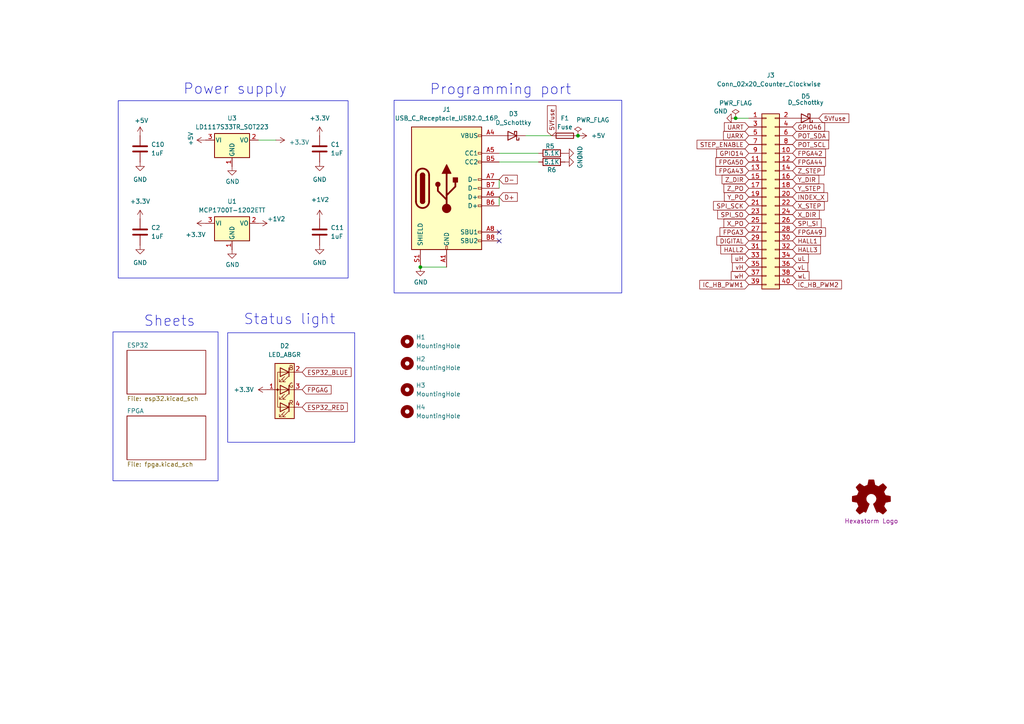
<source format=kicad_sch>
(kicad_sch (version 20231120) (generator "eeschema") (generator_version "8.0")
  (paper "A4")
  (title_block (title "Firestarter ") (date "2024-10-26") (company "Hexastorm") (comment 1 "v1"))
  (lib_symbols
    (symbol "Connector:USB_C_Receptacle_USB2.0_16P" (pin_names (offset 1.016))
      (property "Reference" "J" (at 0 22.225 0))
      (property "Value" "USB_C_Receptacle_USB2.0_16P" (at 0 19.685 0))
      (symbol "USB_C_Receptacle_USB2.0_16P_0_0"
        (rectangle (start -0.254 -17.78) (end 0.254 -16.764))
        (rectangle (start 10.16 -14.986) (end 9.144 -15.494))
        (rectangle (start 10.16 -12.446) (end 9.144 -12.954))
        (rectangle (start 10.16 -4.826) (end 9.144 -5.334))
        (rectangle (start 10.16 -2.286) (end 9.144 -2.794))
        (rectangle (start 10.16 0.254) (end 9.144 -0.254))
        (rectangle (start 10.16 2.794) (end 9.144 2.286))
        (rectangle (start 10.16 7.874) (end 9.144 7.366))
        (rectangle (start 10.16 10.414) (end 9.144 9.906))
        (rectangle (start 10.16 15.494) (end 9.144 14.986))
      )
      (symbol "USB_C_Receptacle_USB2.0_16P_0_1"
        (rectangle (start -10.16 17.78) (end 10.16 -17.78) (stroke (width 0.254)) (fill (type background)))
        (arc (start -8.89 -3.81) (mid -6.985 -5.7067) (end -5.08 -3.81) (stroke (width 0.508)))
        (arc (start -7.62 -3.81) (mid -6.985 -4.4423) (end -6.35 -3.81) (stroke (width 0.254)))
        (arc (start -7.62 -3.81) (mid -6.985 -4.4423) (end -6.35 -3.81) (stroke (width 0.254)) (fill (type outline)))
        (rectangle (start -7.62 -3.81) (end -6.35 3.81) (stroke (width 0.254)) (fill (type outline)))
        (arc (start -6.35 3.81) (mid -6.985 4.4423) (end -7.62 3.81) (stroke (width 0.254)))
        (arc (start -6.35 3.81) (mid -6.985 4.4423) (end -7.62 3.81) (stroke (width 0.254)) (fill (type outline)))
        (arc (start -5.08 3.81) (mid -6.985 5.7067) (end -8.89 3.81) (stroke (width 0.508)))
        (circle (center -2.54 1.143) (radius 0.635) (stroke (width 0.254)) (fill (type outline)))
        (circle (center 0 -5.842) (radius 1.27) (fill (type outline)))
        (polyline (pts (xy -8.89 -3.81) (xy -8.89 3.81)) (stroke (width 0.508)))
        (polyline (pts (xy -5.08 3.81) (xy -5.08 -3.81)) (stroke (width 0.508)))
        (polyline (pts (xy 0 -5.842) (xy 0 4.318)) (stroke (width 0.508)))
        (polyline (pts (xy 0 -3.302) (xy -2.54 -0.762) (xy -2.54 0.508)) (stroke (width 0.508)))
        (polyline (pts (xy 0 -2.032) (xy 2.54 0.508) (xy 2.54 1.778)) (stroke (width 0.508)))
        (polyline (pts (xy -1.27 4.318) (xy 0 6.858) (xy 1.27 4.318) (xy -1.27 4.318)) (stroke (width 0.254)) (fill (type outline)))
        (rectangle (start 1.905 1.778) (end 3.175 3.048) (stroke (width 0.254)) (fill (type outline)))
      )
      (symbol "USB_C_Receptacle_USB2.0_16P_1_1"
        (pin passive line (at 0 -22.86 90) (length 5.08) (name "GND") (number "A1"))
        (pin passive line (at 0 -22.86 90) (length 5.08) hide (name "GND") (number "A12"))
        (pin passive line (at 15.24 15.24 180) (length 5.08) (name "VBUS") (number "A4"))
        (pin bidirectional line (at 15.24 10.16 180) (length 5.08) (name "CC1") (number "A5"))
        (pin bidirectional line (at 15.24 -2.54 180) (length 5.08) (name "D+") (number "A6"))
        (pin bidirectional line (at 15.24 2.54 180) (length 5.08) (name "D-") (number "A7"))
        (pin bidirectional line (at 15.24 -12.7 180) (length 5.08) (name "SBU1") (number "A8"))
        (pin passive line (at 15.24 15.24 180) (length 5.08) hide (name "VBUS") (number "A9"))
        (pin passive line (at 0 -22.86 90) (length 5.08) hide (name "GND") (number "B1"))
        (pin passive line (at 0 -22.86 90) (length 5.08) hide (name "GND") (number "B12"))
        (pin passive line (at 15.24 15.24 180) (length 5.08) hide (name "VBUS") (number "B4"))
        (pin bidirectional line (at 15.24 7.62 180) (length 5.08) (name "CC2") (number "B5"))
        (pin bidirectional line (at 15.24 -5.08 180) (length 5.08) (name "D+") (number "B6"))
        (pin bidirectional line (at 15.24 0 180) (length 5.08) (name "D-") (number "B7"))
        (pin bidirectional line (at 15.24 -15.24 180) (length 5.08) (name "SBU2") (number "B8"))
        (pin passive line (at 15.24 15.24 180) (length 5.08) hide (name "VBUS") (number "B9"))
        (pin passive line (at -7.62 -22.86 90) (length 5.08) (name "SHIELD") (number "S1"))
      )
    )
    (symbol "Connector_Generic:Conn_02x20_Odd_Even" (pin_names (offset 1.016) hide)
      (property "Reference" "J" (at 1.27 25.4 0))
      (property "Value" "Conn_02x20_Odd_Even" (at 1.27 -27.94 0))
      (symbol "Conn_02x20_Odd_Even_1_1"
        (rectangle (start -1.27 -25.273) (end 0 -25.527) (stroke (width 0.1524)))
        (rectangle (start -1.27 -22.733) (end 0 -22.987) (stroke (width 0.1524)))
        (rectangle (start -1.27 -20.193) (end 0 -20.447) (stroke (width 0.1524)))
        (rectangle (start -1.27 -17.653) (end 0 -17.907) (stroke (width 0.1524)))
        (rectangle (start -1.27 -15.113) (end 0 -15.367) (stroke (width 0.1524)))
        (rectangle (start -1.27 -12.573) (end 0 -12.827) (stroke (width 0.1524)))
        (rectangle (start -1.27 -10.033) (end 0 -10.287) (stroke (width 0.1524)))
        (rectangle (start -1.27 -7.493) (end 0 -7.747) (stroke (width 0.1524)))
        (rectangle (start -1.27 -4.953) (end 0 -5.207) (stroke (width 0.1524)))
        (rectangle (start -1.27 -2.413) (end 0 -2.667) (stroke (width 0.1524)))
        (rectangle (start -1.27 0.127) (end 0 -0.127) (stroke (width 0.1524)))
        (rectangle (start -1.27 2.667) (end 0 2.413) (stroke (width 0.1524)))
        (rectangle (start -1.27 5.207) (end 0 4.953) (stroke (width 0.1524)))
        (rectangle (start -1.27 7.747) (end 0 7.493) (stroke (width 0.1524)))
        (rectangle (start -1.27 10.287) (end 0 10.033) (stroke (width 0.1524)))
        (rectangle (start -1.27 12.827) (end 0 12.573) (stroke (width 0.1524)))
        (rectangle (start -1.27 15.367) (end 0 15.113) (stroke (width 0.1524)))
        (rectangle (start -1.27 17.907) (end 0 17.653) (stroke (width 0.1524)))
        (rectangle (start -1.27 20.447) (end 0 20.193) (stroke (width 0.1524)))
        (rectangle (start -1.27 22.987) (end 0 22.733) (stroke (width 0.1524)))
        (rectangle (start -1.27 24.13) (end 3.81 -26.67) (stroke (width 0.254)) (fill (type background)))
        (rectangle (start 3.81 -25.273) (end 2.54 -25.527) (stroke (width 0.1524)))
        (rectangle (start 3.81 -22.733) (end 2.54 -22.987) (stroke (width 0.1524)))
        (rectangle (start 3.81 -20.193) (end 2.54 -20.447) (stroke (width 0.1524)))
        (rectangle (start 3.81 -17.653) (end 2.54 -17.907) (stroke (width 0.1524)))
        (rectangle (start 3.81 -15.113) (end 2.54 -15.367) (stroke (width 0.1524)))
        (rectangle (start 3.81 -12.573) (end 2.54 -12.827) (stroke (width 0.1524)))
        (rectangle (start 3.81 -10.033) (end 2.54 -10.287) (stroke (width 0.1524)))
        (rectangle (start 3.81 -7.493) (end 2.54 -7.747) (stroke (width 0.1524)))
        (rectangle (start 3.81 -4.953) (end 2.54 -5.207) (stroke (width 0.1524)))
        (rectangle (start 3.81 -2.413) (end 2.54 -2.667) (stroke (width 0.1524)))
        (rectangle (start 3.81 0.127) (end 2.54 -0.127) (stroke (width 0.1524)))
        (rectangle (start 3.81 2.667) (end 2.54 2.413) (stroke (width 0.1524)))
        (rectangle (start 3.81 5.207) (end 2.54 4.953) (stroke (width 0.1524)))
        (rectangle (start 3.81 7.747) (end 2.54 7.493) (stroke (width 0.1524)))
        (rectangle (start 3.81 10.287) (end 2.54 10.033) (stroke (width 0.1524)))
        (rectangle (start 3.81 12.827) (end 2.54 12.573) (stroke (width 0.1524)))
        (rectangle (start 3.81 15.367) (end 2.54 15.113) (stroke (width 0.1524)))
        (rectangle (start 3.81 17.907) (end 2.54 17.653) (stroke (width 0.1524)))
        (rectangle (start 3.81 20.447) (end 2.54 20.193) (stroke (width 0.1524)))
        (rectangle (start 3.81 22.987) (end 2.54 22.733) (stroke (width 0.1524)))
        (pin passive line (at -5.08 22.86 0) (length 3.81) (name "Pin_1") (number "1"))
        (pin passive line (at 7.62 12.7 180) (length 3.81) (name "Pin_10") (number "10"))
        (pin passive line (at -5.08 10.16 0) (length 3.81) (name "Pin_11") (number "11"))
        (pin passive line (at 7.62 10.16 180) (length 3.81) (name "Pin_12") (number "12"))
        (pin passive line (at -5.08 7.62 0) (length 3.81) (name "Pin_13") (number "13"))
        (pin passive line (at 7.62 7.62 180) (length 3.81) (name "Pin_14") (number "14"))
        (pin passive line (at -5.08 5.08 0) (length 3.81) (name "Pin_15") (number "15"))
        (pin passive line (at 7.62 5.08 180) (length 3.81) (name "Pin_16") (number "16"))
        (pin passive line (at -5.08 2.54 0) (length 3.81) (name "Pin_17") (number "17"))
        (pin passive line (at 7.62 2.54 180) (length 3.81) (name "Pin_18") (number "18"))
        (pin passive line (at -5.08 0 0) (length 3.81) (name "Pin_19") (number "19"))
        (pin passive line (at 7.62 22.86 180) (length 3.81) (name "Pin_2") (number "2"))
        (pin passive line (at 7.62 0 180) (length 3.81) (name "Pin_20") (number "20"))
        (pin passive line (at -5.08 -2.54 0) (length 3.81) (name "Pin_21") (number "21"))
        (pin passive line (at 7.62 -2.54 180) (length 3.81) (name "Pin_22") (number "22"))
        (pin passive line (at -5.08 -5.08 0) (length 3.81) (name "Pin_23") (number "23"))
        (pin passive line (at 7.62 -5.08 180) (length 3.81) (name "Pin_24") (number "24"))
        (pin passive line (at -5.08 -7.62 0) (length 3.81) (name "Pin_25") (number "25"))
        (pin passive line (at 7.62 -7.62 180) (length 3.81) (name "Pin_26") (number "26"))
        (pin passive line (at -5.08 -10.16 0) (length 3.81) (name "Pin_27") (number "27"))
        (pin passive line (at 7.62 -10.16 180) (length 3.81) (name "Pin_28") (number "28"))
        (pin passive line (at -5.08 -12.7 0) (length 3.81) (name "Pin_29") (number "29"))
        (pin passive line (at -5.08 20.32 0) (length 3.81) (name "Pin_3") (number "3"))
        (pin passive line (at 7.62 -12.7 180) (length 3.81) (name "Pin_30") (number "30"))
        (pin passive line (at -5.08 -15.24 0) (length 3.81) (name "Pin_31") (number "31"))
        (pin passive line (at 7.62 -15.24 180) (length 3.81) (name "Pin_32") (number "32"))
        (pin passive line (at -5.08 -17.78 0) (length 3.81) (name "Pin_33") (number "33"))
        (pin passive line (at 7.62 -17.78 180) (length 3.81) (name "Pin_34") (number "34"))
        (pin passive line (at -5.08 -20.32 0) (length 3.81) (name "Pin_35") (number "35"))
        (pin passive line (at 7.62 -20.32 180) (length 3.81) (name "Pin_36") (number "36"))
        (pin passive line (at -5.08 -22.86 0) (length 3.81) (name "Pin_37") (number "37"))
        (pin passive line (at 7.62 -22.86 180) (length 3.81) (name "Pin_38") (number "38"))
        (pin passive line (at -5.08 -25.4 0) (length 3.81) (name "Pin_39") (number "39"))
        (pin passive line (at 7.62 20.32 180) (length 3.81) (name "Pin_4") (number "4"))
        (pin passive line (at 7.62 -25.4 180) (length 3.81) (name "Pin_40") (number "40"))
        (pin passive line (at -5.08 17.78 0) (length 3.81) (name "Pin_5") (number "5"))
        (pin passive line (at 7.62 17.78 180) (length 3.81) (name "Pin_6") (number "6"))
        (pin passive line (at -5.08 15.24 0) (length 3.81) (name "Pin_7") (number "7"))
        (pin passive line (at 7.62 15.24 180) (length 3.81) (name "Pin_8") (number "8"))
        (pin passive line (at -5.08 12.7 0) (length 3.81) (name "Pin_9") (number "9"))
      )
    )
    (symbol "Device:C" (pin_numbers hide) (pin_names (offset 0.254))
      (property "Reference" "C" (at 0.635 2.54 0))
      (property "Value" "C" (at 0.635 -2.54 0))
      (symbol "C_0_1"
        (polyline (pts (xy -2.032 -0.762) (xy 2.032 -0.762)) (stroke (width 0.508)))
        (polyline (pts (xy -2.032 0.762) (xy 2.032 0.762)) (stroke (width 0.508)))
      )
      (symbol "C_1_1"
        (pin passive line (at 0 3.81 270) (length 2.794) (name "~") (number "1"))
        (pin passive line (at 0 -3.81 90) (length 2.794) (name "~") (number "2"))
      )
    )
    (symbol "Device:D_Schottky" (pin_numbers hide) (pin_names (offset 1.016) hide)
      (property "Reference" "D" (at 0 2.54 0))
      (property "Value" "D_Schottky" (at 0 -2.54 0))
      (symbol "D_Schottky_0_1"
        (polyline (pts (xy 1.27 0) (xy -1.27 0)))
        (polyline (pts (xy 1.27 1.27) (xy 1.27 -1.27) (xy -1.27 0) (xy 1.27 1.27)) (stroke (width 0.254)))
        (polyline (pts (xy -1.905 0.635) (xy -1.905 1.27) (xy -1.27 1.27) (xy -1.27 -1.27) (xy -0.635 -1.27) (xy -0.635 -0.635)) (stroke (width 0.254)))
      )
      (symbol "D_Schottky_1_1"
        (pin passive line (at -3.81 0 0) (length 2.54) (name "K") (number "1"))
        (pin passive line (at 3.81 0 180) (length 2.54) (name "A") (number "2"))
      )
    )
    (symbol "Device:Fuse" (pin_numbers hide) (pin_names (offset 0))
      (property "Reference" "F" (at 2.032 0 90))
      (property "Value" "Fuse" (at -1.905 0 90))
      (symbol "Fuse_0_1"
        (rectangle (start -0.762 -2.54) (end 0.762 2.54) (stroke (width 0.254)))
        (polyline (pts (xy 0 2.54) (xy 0 -2.54)))
      )
      (symbol "Fuse_1_1"
        (pin passive line (at 0 3.81 270) (length 1.27) (name "~") (number "1"))
        (pin passive line (at 0 -3.81 90) (length 1.27) (name "~") (number "2"))
      )
    )
    (symbol "Device:LED_ABGR" (pin_names (offset 0) hide)
      (property "Reference" "D" (at 0 9.398 0))
      (property "Value" "LED_ABGR" (at 0 -8.89 0))
      (symbol "LED_ABGR_0_0"
        (text "B" (at -1.905 -6.35 0) (effects (font (size 1.27 1.27))))
        (text "G" (at -1.905 -1.27 0) (effects (font (size 1.27 1.27))))
        (text "R" (at -1.905 3.81 0) (effects (font (size 1.27 1.27))))
      )
      (symbol "LED_ABGR_0_1"
        (polyline (pts (xy -1.27 -5.08) (xy -2.54 -5.08)))
        (polyline (pts (xy -1.27 -5.08) (xy 1.27 -5.08)))
        (polyline (pts (xy -1.27 -3.81) (xy -1.27 -6.35)) (stroke (width 0.254)))
        (polyline (pts (xy -1.27 0) (xy -2.54 0)))
        (polyline (pts (xy -1.27 1.27) (xy -1.27 -1.27)) (stroke (width 0.254)))
        (polyline (pts (xy -1.27 5.08) (xy -2.54 5.08)))
        (polyline (pts (xy -1.27 5.08) (xy 1.27 5.08)))
        (polyline (pts (xy -1.27 6.35) (xy -1.27 3.81)) (stroke (width 0.254)))
        (polyline (pts (xy 1.27 0) (xy -1.27 0)))
        (polyline (pts (xy 1.27 0) (xy 2.54 0)))
        (polyline (pts (xy -1.27 1.27) (xy -1.27 -1.27) (xy -1.27 -1.27)))
        (polyline (pts (xy -1.27 6.35) (xy -1.27 3.81) (xy -1.27 3.81)))
        (polyline (pts (xy 1.27 -5.08) (xy 2.032 -5.08) (xy 2.032 5.08) (xy 1.27 5.08)))
        (polyline (pts (xy 1.27 -3.81) (xy 1.27 -6.35) (xy -1.27 -5.08) (xy 1.27 -3.81)) (stroke (width 0.254)))
        (polyline (pts (xy 1.27 1.27) (xy 1.27 -1.27) (xy -1.27 0) (xy 1.27 1.27)) (stroke (width 0.254)))
        (polyline (pts (xy 1.27 6.35) (xy 1.27 3.81) (xy -1.27 5.08) (xy 1.27 6.35)) (stroke (width 0.254)))
        (polyline (pts (xy -1.016 -3.81) (xy 0.508 -2.286) (xy -0.254 -2.286) (xy 0.508 -2.286) (xy 0.508 -3.048)))
        (polyline (pts (xy -1.016 1.27) (xy 0.508 2.794) (xy -0.254 2.794) (xy 0.508 2.794) (xy 0.508 2.032)))
        (polyline (pts (xy -1.016 6.35) (xy 0.508 7.874) (xy -0.254 7.874) (xy 0.508 7.874) (xy 0.508 7.112)))
        (polyline (pts (xy 0 -3.81) (xy 1.524 -2.286) (xy 0.762 -2.286) (xy 1.524 -2.286) (xy 1.524 -3.048)))
        (polyline (pts (xy 0 1.27) (xy 1.524 2.794) (xy 0.762 2.794) (xy 1.524 2.794) (xy 1.524 2.032)))
        (polyline (pts (xy 0 6.35) (xy 1.524 7.874) (xy 0.762 7.874) (xy 1.524 7.874) (xy 1.524 7.112)))
        (rectangle (start 1.27 -1.27) (end 1.27 1.27))
        (rectangle (start 1.27 1.27) (end 1.27 1.27))
        (rectangle (start 1.27 3.81) (end 1.27 6.35))
        (rectangle (start 1.27 6.35) (end 1.27 6.35))
        (circle (center 2.032 0) (radius 0.254) (fill (type outline)))
        (rectangle (start 2.794 8.382) (end -2.794 -7.62) (stroke (width 0.254)) (fill (type background)))
      )
      (symbol "LED_ABGR_1_1"
        (pin passive line (at 5.08 0 180) (length 2.54) (name "A") (number "1"))
        (pin passive line (at -5.08 -5.08 0) (length 2.54) (name "BK") (number "2"))
        (pin passive line (at -5.08 0 0) (length 2.54) (name "GK") (number "3"))
        (pin passive line (at -5.08 5.08 0) (length 2.54) (name "RK") (number "4"))
      )
    )
    (symbol "Device:R" (pin_numbers hide) (pin_names (offset 0))
      (property "Reference" "R" (at 2.032 0 90))
      (property "Value" "R" (at 0 0 90))
      (symbol "R_0_1"
        (rectangle (start -1.016 -2.54) (end 1.016 2.54) (stroke (width 0.254)))
      )
      (symbol "R_1_1"
        (pin passive line (at 0 3.81 270) (length 1.27) (name "~") (number "1"))
        (pin passive line (at 0 -3.81 90) (length 1.27) (name "~") (number "2"))
      )
    )
    (symbol "Graphic:Logo_Open_Hardware_Small" (in_bom no) (on_board no)
      (symbol "Logo_Open_Hardware_Small_0_1"
        (polyline (pts (xy 3.3528 -4.3434) (xy 3.302 -4.318) (xy 3.175 -4.2418) (xy 2.9972 -4.1148) (xy 2.7686 -3.9624) (xy 2.54 -3.81) (xy 2.3622 -3.7084) (xy 2.2352 -3.6068) (xy 2.1844 -3.5814) (xy 2.159 -3.6068) (xy 2.0574 -3.6576) (xy 1.905 -3.7338) (xy 1.8034 -3.7846) (xy 1.6764 -3.8354) (xy 1.6002 -3.8354) (xy 1.6002 -3.8354) (xy 1.5494 -3.7338) (xy 1.4732 -3.5306) (xy 1.3462 -3.302) (xy 1.2446 -3.0226) (xy 1.1176 -2.7178) (xy 0.9652 -2.413) (xy 0.8636 -2.1082) (xy 0.7366 -1.8288) (xy 0.6604 -1.6256) (xy 0.6096 -1.4732) (xy 0.5842 -1.397) (xy 0.5842 -1.397) (xy 0.6604 -1.3208) (xy 0.7874 -1.2446) (xy 1.0414 -1.016) (xy 1.2954 -0.6858) (xy 1.4478 -0.3302) (xy 1.524 0.0762) (xy 1.4732 0.4572) (xy 1.3208 0.8128) (xy 1.0668 1.143) (xy 0.762 1.3716) (xy 0.4064 1.524) (xy 0 1.5748) (xy -0.381 1.5494) (xy -0.7366 1.397) (xy -1.0668 1.143) (xy -1.2192 0.9906) (xy -1.397 0.6604) (xy -1.524 0.3048) (xy -1.524 0.2286) (xy -1.4986 -0.1778) (xy -1.397 -0.5334) (xy -1.1938 -0.8636) (xy -0.9144 -1.143) (xy -0.8636 -1.1684) (xy -0.7366 -1.27) (xy -0.635 -1.3462) (xy -0.5842 -1.397) (xy -1.0668 -2.5908) (xy -1.143 -2.794) (xy -1.2954 -3.1242) (xy -1.397 -3.4036) (xy -1.4986 -3.6322) (xy -1.5748 -3.7846) (xy -1.6002 -3.8354) (xy -1.6002 -3.8354) (xy -1.651 -3.8354) (xy -1.7272 -3.81) (xy -1.905 -3.7338) (xy -2.0066 -3.683) (xy -2.1336 -3.6068) (xy -2.2098 -3.5814) (xy -2.2606 -3.6068) (xy -2.3622 -3.683) (xy -2.54 -3.81) (xy -2.7686 -3.9624) (xy -2.9718 -4.0894) (xy -3.1496 -4.2164) (xy -3.302 -4.318) (xy -3.3528 -4.3434) (xy -3.3782 -4.3434) (xy -3.429 -4.318) (xy -3.5306 -4.2164) (xy -3.7084 -4.064) (xy -3.937 -3.8354) (xy -3.9624 -3.81) (xy -4.1656 -3.6068) (xy -4.318 -3.4544) (xy -4.4196 -3.3274) (xy -4.445 -3.2766) (xy -4.445 -3.2766) (xy -4.4196 -3.2258) (xy -4.318 -3.0734) (xy -4.2164 -2.8956) (xy -4.064 -2.667) (xy -3.6576 -2.0828) (xy -3.8862 -1.5494) (xy -3.937 -1.3716) (xy -4.0386 -1.1684) (xy -4.0894 -1.0414) (xy -4.1148 -0.9652) (xy -4.191 -0.9398) (xy -4.318 -0.9144) (xy -4.5466 -0.8636) (xy -4.8006 -0.8128) (xy -5.0546 -0.7874) (xy -5.2578 -0.7366) (xy -5.4356 -0.7112) (xy -5.5118 -0.6858) (xy -5.5118 -0.6858) (xy -5.5372 -0.635) (xy -5.5372 -0.5588) (xy -5.5372 -0.4318) (xy -5.5626 -0.2286) (xy -5.5626 0.0762) (xy -5.5626 0.127) (xy -5.5372 0.4064) (xy -5.5372 0.635) (xy -5.5372 0.762) (xy -5.5372 0.8382) (xy -5.5372 0.8382) (xy -5.461 0.8382) (xy -5.3086 0.889) (xy -5.08 0.9144) (xy -4.826 0.9652) (xy -4.8006 0.9906) (xy -4.5466 1.0414) (xy -4.318 1.0668) (xy -4.1656 1.1176) (xy -4.0894 1.143) (xy -4.0894 1.143) (xy -4.0386 1.2446) (xy -3.9624 1.4224) (xy -3.8608 1.6256) (xy -3.7846 1.8288) (xy -3.7084 2.0066) (xy -3.6576 2.159) (xy -3.6322 2.2098) (xy -3.6322 2.2098) (xy -3.683 2.286) (xy -3.7592 2.413) (xy -3.8862 2.5908) (xy -4.064 2.8194) (xy -4.064 2.8448) (xy -4.2164 3.0734) (xy -4.3434 3.2512) (xy -4.4196 3.3782) (xy -4.445 3.4544) (xy -4.445 3.4544) (xy -4.3942 3.5052) (xy -4.2926 3.6322) (xy -4.1148 3.81) (xy -3.937 4.0132) (xy -3.8608 4.064) (xy -3.6576 4.2926) (xy -3.5052 4.4196) (xy -3.4036 4.4958) (xy -3.3528 4.5212) (xy -3.3528 4.5212) (xy -3.302 4.4704) (xy -3.1496 4.3688) (xy -2.9718 4.2418) (xy -2.7432 4.0894) (xy -2.7178 4.0894) (xy -2.4892 3.937) (xy -2.3114 3.81) (xy -2.1844 3.7084) (xy -2.1336 3.683) (xy -2.1082 3.683) (xy -2.032 3.7084) (xy -1.8542 3.7592) (xy -1.6764 3.8354) (xy -1.4732 3.937) (xy -1.27 4.0132) (xy -1.143 4.064) (xy -1.0668 4.1148) (xy -1.0668 4.1148) (xy -1.0414 4.191) (xy -1.016 4.3434) (xy -0.9652 4.572) (xy -0.9144 4.8514) (xy -0.889 4.9022) (xy -0.8382 5.1562) (xy -0.8128 5.3848) (xy -0.7874 5.5372) (xy -0.762 5.588) (xy -0.7112 5.6134) (xy -0.5842 5.6134) (xy -0.4064 5.6134) (xy -0.1524 5.6134) (xy 0.0762 5.6134) (xy 0.3302 5.6134) (xy 0.5334 5.6134) (xy 0.6858 5.588) (xy 0.7366 5.588) (xy 0.7366 5.588) (xy 0.762 5.5118) (xy 0.8128 5.334) (xy 0.8382 5.1054) (xy 0.9144 4.826) (xy 0.9144 4.7752) (xy 0.9652 4.5212) (xy 1.016 4.2926) (xy 1.0414 4.1402) (xy 1.0668 4.0894) (xy 1.0668 4.0894) (xy 1.1938 4.0386) (xy 1.3716 3.9624) (xy 1.5748 3.8608) (xy 2.0828 3.6576) (xy 2.7178 4.0894) (xy 2.7686 4.1402) (xy 2.9972 4.2926) (xy 3.175 4.4196) (xy 3.302 4.4958) (xy 3.3782 4.5212) (xy 3.3782 4.5212) (xy 3.429 4.4704) (xy 3.556 4.3434) (xy 3.7338 4.191) (xy 3.9116 3.9878) (xy 4.064 3.8354) (xy 4.2418 3.6576) (xy 4.3434 3.556) (xy 4.4196 3.4798) (xy 4.4196 3.429) (xy 4.4196 3.4036) (xy 4.3942 3.3274) (xy 4.2926 3.2004) (xy 4.1656 2.9972) (xy 4.0132 2.794) (xy 3.8862 2.5908) (xy 3.7592 2.3876) (xy 3.6576 2.2352) (xy 3.6322 2.159) (xy 3.6322 2.1336) (xy 3.683 2.0066) (xy 3.7592 1.8288) (xy 3.8608 1.6002) (xy 4.064 1.1176) (xy 4.3942 1.0414) (xy 4.5974 1.016) (xy 4.8768 0.9652) (xy 5.1308 0.9144) (xy 5.5372 0.8382) (xy 5.5626 -0.6604) (xy 5.4864 -0.6858) (xy 5.4356 -0.6858) (xy 5.2832 -0.7366) (xy 5.0546 -0.762) (xy 4.8006 -0.8128) (xy 4.5974 -0.8636) (xy 4.3688 -0.9144) (xy 4.2164 -0.9398) (xy 4.1402 -0.9398) (xy 4.1148 -0.9652) (xy 4.064 -1.0668) (xy 3.9878 -1.2446) (xy 3.9116 -1.4478) (xy 3.81 -1.651) (xy 3.7338 -1.8542) (xy 3.683 -2.0066) (xy 3.6576 -2.0828) (xy 3.683 -2.1336) (xy 3.7846 -2.2606) (xy 3.8862 -2.4638) (xy 4.0386 -2.667) (xy 4.191 -2.8956) (xy 4.318 -3.0734) (xy 4.3942 -3.2004) (xy 4.445 -3.2766) (xy 4.4196 -3.3274) (xy 4.3434 -3.429) (xy 4.1656 -3.5814) (xy 3.937 -3.8354) (xy 3.8862 -3.8608) (xy 3.683 -4.064) (xy 3.5306 -4.2164) (xy 3.4036 -4.318) (xy 3.3528 -4.3434)) (fill (type outline)))
      )
    )
    (symbol "Mechanical:MountingHole" (pin_names (offset 1.016)) (exclude_from_sim yes) (in_bom no)
      (property "Reference" "H" (at 0 5.08 0))
      (property "Value" "MountingHole" (at 0 3.175 0))
      (symbol "MountingHole_0_1"
        (circle (center 0 0) (radius 1.27) (stroke (width 1.27)))
      )
    )
    (symbol "Regulator_Linear:MCP1700x-120xxTT" (pin_names (offset 0.254))
      (property "Reference" "U" (at -3.81 3.175 0))
      (property "Value" "MCP1700x-120xxTT" (at 0 3.175 0))
      (symbol "MCP1700x-120xxTT_0_1"
        (rectangle (start -5.08 1.905) (end 5.08 -5.08) (stroke (width 0.254)) (fill (type background)))
      )
      (symbol "MCP1700x-120xxTT_1_1"
        (pin power_in line (at 0 -7.62 90) (length 2.54) (name "GND") (number "1"))
        (pin power_out line (at 7.62 0 180) (length 2.54) (name "VO") (number "2"))
        (pin power_in line (at -7.62 0 0) (length 2.54) (name "VI") (number "3"))
      )
    )
    (symbol "Regulator_Linear:MCP1700x-330xxTT" (pin_names (offset 0.254))
      (property "Reference" "U" (at -3.81 3.175 0))
      (property "Value" "MCP1700x-330xxTT" (at 0 3.175 0))
      (symbol "MCP1700x-330xxTT_0_1"
        (rectangle (start -5.08 1.905) (end 5.08 -5.08) (stroke (width 0.254)) (fill (type background)))
      )
      (symbol "MCP1700x-330xxTT_1_1"
        (pin power_in line (at 0 -7.62 90) (length 2.54) (name "GND") (number "1"))
        (pin power_out line (at 7.62 0 180) (length 2.54) (name "VO") (number "2"))
        (pin power_in line (at -7.62 0 0) (length 2.54) (name "VI") (number "3"))
      )
    )
    (symbol "power:+1V2" (power) (pin_numbers hide) (pin_names (offset 0) hide)
      (property "Value" "+1V2" (at 0 3.556 0))
      (symbol "+1V2_0_1"
        (polyline (pts (xy -0.762 1.27) (xy 0 2.54)))
        (polyline (pts (xy 0 0) (xy 0 2.54)))
        (polyline (pts (xy 0 2.54) (xy 0.762 1.27)))
      )
      (symbol "+1V2_1_1"
        (pin power_in line (at 0 0 90) (length 0) (name "~") (number "1"))
      )
    )
    (symbol "power:+3.3V" (power) (pin_numbers hide) (pin_names (offset 0) hide)
      (property "Value" "+3.3V" (at 0 3.556 0))
      (symbol "+3.3V_0_1"
        (polyline (pts (xy -0.762 1.27) (xy 0 2.54)))
        (polyline (pts (xy 0 0) (xy 0 2.54)))
        (polyline (pts (xy 0 2.54) (xy 0.762 1.27)))
      )
      (symbol "+3.3V_1_1"
        (pin power_in line (at 0 0 90) (length 0) (name "~") (number "1"))
      )
    )
    (symbol "power:+5V" (power) (pin_numbers hide) (pin_names (offset 0) hide)
      (property "Value" "+5V" (at 0 3.556 0))
      (symbol "+5V_0_1"
        (polyline (pts (xy -0.762 1.27) (xy 0 2.54)))
        (polyline (pts (xy 0 0) (xy 0 2.54)))
        (polyline (pts (xy 0 2.54) (xy 0.762 1.27)))
      )
      (symbol "+5V_1_1"
        (pin power_in line (at 0 0 90) (length 0) (name "~") (number "1"))
      )
    )
    (symbol "power:GND" (power) (pin_numbers hide) (pin_names (offset 0) hide)
      (property "Value" "GND" (at 0 -3.81 0))
      (symbol "GND_0_1"
        (polyline (pts (xy 0 0) (xy 0 -1.27) (xy 1.27 -1.27) (xy 0 -2.54) (xy -1.27 -1.27) (xy 0 -1.27)))
      )
      (symbol "GND_1_1"
        (pin power_in line (at 0 0 270) (length 0) (name "~") (number "1"))
      )
    )
    (symbol "power:PWR_FLAG" (power) (pin_numbers hide) (pin_names (offset 0) hide)
      (property "Value" "PWR_FLAG" (at 0 3.81 0))
      (symbol "PWR_FLAG_0_0"
        (pin power_out line (at 0 0 90) (length 0) (name "~") (number "1"))
      )
      (symbol "PWR_FLAG_0_1"
        (polyline (pts (xy 0 0) (xy 0 1.27) (xy -1.016 1.905) (xy 0 2.54) (xy 1.016 1.905) (xy 0 1.27)))
      )
    )
  )
  (junction (at 167.64 39.37))
  (junction (at 121.92 77.47))
  (junction (at 213.36 34.29))
  (no_connect (at 144.78 69.85))
  (no_connect (at 144.78 67.31))
  (polyline (pts (xy 66.04 96.52) (xy 66.04 128.27)))
  (wire (pts (xy 144.78 52.07) (xy 144.78 54.61)))
  (polyline (pts (xy 66.04 96.52) (xy 102.87 96.52)))
  (wire (pts (xy 144.78 44.45) (xy 156.21 44.45)))
  (wire (pts (xy 144.78 57.15) (xy 144.78 59.69)))
  (wire (pts (xy 121.92 77.47) (xy 129.54 77.47)))
  (wire (pts (xy 74.93 40.64) (xy 80.01 40.64)))
  (wire (pts (xy 144.78 46.99) (xy 156.21 46.99)))
  (polyline (pts (xy 102.87 128.27) (xy 66.04 128.27)))
  (polyline (pts (xy 102.87 96.52) (xy 102.87 128.27)))
  (wire (pts (xy 217.17 34.29) (xy 213.36 34.29)))
  (wire (pts (xy 152.4 39.37) (xy 160.02 39.37)))
  (rectangle (start 34.29 29.21) (end 100.965 80.645))
  (rectangle (start 114.3 29.083) (end 180.34 84.963))
  (rectangle (start 32.766 96.266) (end 63.246 139.446))
  (text "Programming port" (at 124.587 27.813 0) (effects (font (size 3 3)) (justify left bottom)))
  (text "Status light" (at 70.612 94.488 0) (effects (font (size 3 3)) (justify left bottom)))
  (text "Power supply" (at 53.086 27.686 0) (effects (font (size 3 3)) (justify left bottom)))
  (text "Sheets" (at 41.656 94.996 0) (effects (font (size 3 3)) (justify left bottom)))
  (global_label "UARX" (shape input) (at 217.17 39.37 180) (property "Intersheetrefs" "${INTERSHEET_REFS}" (effects (hide yes))))
  (global_label "Z_PO" (shape input) (at 217.17 54.61 180) (property "Intersheetrefs" "${INTERSHEET_REFS}" (effects (hide yes))))
  (global_label "wH" (shape input) (at 217.17 80.01 180) (property "Intersheetrefs" "${INTERSHEET_REFS}" (effects (hide yes))))
  (global_label "Y_STEP" (shape input) (at 229.87 54.61 0) (property "Intersheetrefs" "${INTERSHEET_REFS}" (effects (hide yes))))
  (global_label "IC_HB_PWM2" (shape input) (at 229.87 82.55 0) (property "Intersheetrefs" "${INTERSHEET_REFS}" (effects (hide yes))))
  (global_label "FPGA42" (shape input) (at 229.87 44.45 0) (property "Intersheetrefs" "${INTERSHEET_REFS}" (effects (hide yes))))
  (global_label "wL" (shape input) (at 229.87 80.01 0) (property "Intersheetrefs" "${INTERSHEET_REFS}" (effects (hide yes))))
  (global_label "FPGA49" (shape input) (at 229.87 67.31 0) (property "Intersheetrefs" "${INTERSHEET_REFS}" (effects (hide yes))))
  (global_label "FPGAG" (shape input) (at 87.63 113.03 0) (property "Intersheetrefs" "${INTERSHEET_REFS}" (effects (hide yes))))
  (global_label "uL" (shape input) (at 229.87 74.93 0) (property "Intersheetrefs" "${INTERSHEET_REFS}" (effects (hide yes))))
  (global_label "ESP32_RED" (shape input) (at 87.63 118.11 0) (property "Intersheetrefs" "${INTERSHEET_REFS}" (effects (hide yes))))
  (global_label "Z_STEP" (shape input) (at 229.87 49.53 0) (property "Intersheetrefs" "${INTERSHEET_REFS}" (effects (hide yes))))
  (global_label "SPI_SI" (shape input) (at 229.87 64.77 0) (property "Intersheetrefs" "${INTERSHEET_REFS}" (effects (hide yes))))
  (global_label "D+" (shape input) (at 144.78 57.15 0) (property "Intersheetrefs" "${INTERSHEET_REFS}" (effects (hide yes))))
  (global_label "X_STEP" (shape input) (at 229.87 59.69 0) (property "Intersheetrefs" "${INTERSHEET_REFS}" (effects (hide yes))))
  (global_label "FPGA43" (shape input) (at 217.17 49.53 180) (property "Intersheetrefs" "${INTERSHEET_REFS}" (effects (hide yes))))
  (global_label "FPGA44" (shape input) (at 229.87 46.99 0) (property "Intersheetrefs" "${INTERSHEET_REFS}" (effects (hide yes))))
  (global_label "X_PO" (shape input) (at 217.17 64.77 180) (property "Intersheetrefs" "${INTERSHEET_REFS}" (effects (hide yes))))
  (global_label "Y_PO" (shape input) (at 217.17 57.15 180) (property "Intersheetrefs" "${INTERSHEET_REFS}" (effects (hide yes))))
  (global_label "HALL1" (shape input) (at 229.87 69.85 0) (property "Intersheetrefs" "${INTERSHEET_REFS}" (effects (hide yes))))
  (global_label "POT_SDA" (shape input) (at 229.87 39.37 0) (property "Intersheetrefs" "${INTERSHEET_REFS}" (effects (hide yes))))
  (global_label "Z_DIR" (shape input) (at 217.17 52.07 180) (property "Intersheetrefs" "${INTERSHEET_REFS}" (effects (hide yes))))
  (global_label "DIGITAL" (shape input) (at 217.17 69.85 180) (property "Intersheetrefs" "${INTERSHEET_REFS}" (effects (hide yes))))
  (global_label "D-" (shape input) (at 144.78 52.07 0) (property "Intersheetrefs" "${INTERSHEET_REFS}" (effects (hide yes))))
  (global_label "POT_SCL" (shape input) (at 229.87 41.91 0) (property "Intersheetrefs" "${INTERSHEET_REFS}" (effects (hide yes))))
  (global_label "X_DIR" (shape input) (at 229.87 62.23 0) (property "Intersheetrefs" "${INTERSHEET_REFS}" (effects (hide yes))))
  (global_label "5Vfuse" (shape input) (at 237.49 34.29 0) (property "Intersheetrefs" "${INTERSHEET_REFS}" (effects (hide yes))))
  (global_label "5Vfuse" (shape input) (at 160.02 39.37 90) (property "Intersheetrefs" "${INTERSHEET_REFS}" (effects (hide yes))))
  (global_label "SPI_SO" (shape input) (at 217.17 62.23 180) (property "Intersheetrefs" "${INTERSHEET_REFS}" (effects (hide yes))))
  (global_label "FPGA3" (shape input) (at 217.17 67.31 180) (property "Intersheetrefs" "${INTERSHEET_REFS}" (effects (hide yes))))
  (global_label "ESP32_BLUE" (shape input) (at 87.63 107.95 0) (property "Intersheetrefs" "${INTERSHEET_REFS}" (effects (hide yes))))
  (global_label "uH" (shape input) (at 217.17 74.93 180) (property "Intersheetrefs" "${INTERSHEET_REFS}" (effects (hide yes))))
  (global_label "STEP_ENABLE" (shape input) (at 217.17 41.91 180) (property "Intersheetrefs" "${INTERSHEET_REFS}" (effects (hide yes))))
  (global_label "vL" (shape input) (at 229.87 77.47 0) (property "Intersheetrefs" "${INTERSHEET_REFS}" (effects (hide yes))))
  (global_label "HALL3" (shape input) (at 229.87 72.39 0) (property "Intersheetrefs" "${INTERSHEET_REFS}" (effects (hide yes))))
  (global_label "vH" (shape input) (at 217.17 77.47 180) (property "Intersheetrefs" "${INTERSHEET_REFS}" (effects (hide yes))))
  (global_label "INDEX_X" (shape input) (at 229.87 57.15 0) (property "Intersheetrefs" "${INTERSHEET_REFS}" (effects (hide yes))))
  (global_label "SPI_SCK" (shape input) (at 217.17 59.69 180) (property "Intersheetrefs" "${INTERSHEET_REFS}" (effects (hide yes))))
  (global_label "GPIO14" (shape input) (at 217.17 44.45 180) (property "Intersheetrefs" "${INTERSHEET_REFS}" (effects (hide yes))))
  (global_label "HALL2" (shape input) (at 217.17 72.39 180) (property "Intersheetrefs" "${INTERSHEET_REFS}" (effects (hide yes))))
  (global_label "GPIO46" (shape input) (at 229.87 36.83 0) (property "Intersheetrefs" "${INTERSHEET_REFS}" (effects (hide yes))))
  (global_label "FPGA50" (shape input) (at 217.17 46.99 180) (property "Intersheetrefs" "${INTERSHEET_REFS}" (effects (hide yes))))
  (global_label "IC_HB_PWM1" (shape input) (at 217.17 82.55 180) (property "Intersheetrefs" "${INTERSHEET_REFS}" (effects (hide yes))))
  (global_label "Y_DIR" (shape input) (at 229.87 52.07 0) (property "Intersheetrefs" "${INTERSHEET_REFS}" (effects (hide yes))))
  (global_label "UART" (shape input) (at 217.17 36.83 180) (property "Intersheetrefs" "${INTERSHEET_REFS}" (effects (hide yes))))
  (symbol (lib_id "Device:C") (at 92.71 43.18 0) (unit 1)
    (property "Reference" "C1" (at 95.885 41.91 0) (effects (justify left)))
    (property "Value" "1uF" (at 95.885 44.45 0) (effects (justify left)))
    (property "Footprint" "Capacitor_SMD:C_0805_2012Metric_Pad1.18x1.45mm_HandSolder" (effects (hide yes)))
    (property "farnell#" "2094043" (effects (hide yes)))
    (property "manf#" "08055C105KAT2A" (effects (hide yes)))
    (property "mouser#" "581-08055C105KAT2A" (effects (hide yes)))
  )
  (symbol (lib_id "power:+1V2") (at 92.71 63.5 0) (unit 1)
    (property "Reference" "#PWR020" (effects (hide yes)))
    (property "Value" "+1V2" (at 90.17 57.912 0) (effects (justify left)))
    (property "Description" "Power symbol creates a global label with name \"+1V2\"" (effects (hide yes)))
  )
  (symbol (lib_id "Device:C") (at 92.71 67.31 0) (unit 1)
    (property "Reference" "C11" (at 95.885 66.04 0) (effects (justify left)))
    (property "Value" "1uF" (at 95.885 68.58 0) (effects (justify left)))
    (property "Footprint" "Capacitor_SMD:C_0805_2012Metric_Pad1.18x1.45mm_HandSolder" (effects (hide yes)))
    (property "farnell#" "2094043" (effects (hide yes)))
    (property "manf#" "08055C105KAT2A" (effects (hide yes)))
    (property "mouser#" "581-08055C105KAT2A" (effects (hide yes)))
  )
  (symbol (lib_id "Device:C") (at 40.64 67.31 0) (unit 1)
    (property "Reference" "C2" (at 43.815 66.04 0) (effects (justify left)))
    (property "Value" "1uF" (at 43.815 68.58 0) (effects (justify left)))
    (property "Footprint" "Capacitor_SMD:C_0805_2012Metric_Pad1.18x1.45mm_HandSolder" (effects (hide yes)))
    (property "farnell#" "2094043" (effects (hide yes)))
    (property "manf#" "08055C105KAT2A" (effects (hide yes)))
    (property "mouser#" "581-08055C105KAT2A" (effects (hide yes)))
  )
  (symbol (lib_id "Mechanical:MountingHole") (at 118.11 105.41 0) (unit 1) (exclude_from_sim yes) (in_bom no)
    (property "Reference" "H2" (at 120.65 104.1399 0) (effects (justify left)))
    (property "Value" "MountingHole" (at 120.65 106.6799 0) (effects (justify left)))
    (property "Footprint" "MountingHole:MountingHole_2.2mm_M2" (effects (hide yes)))
    (property "Description" "Mounting Hole without connection" (effects (hide yes)))
    (property "manf#" "970050244" (effects (hide yes)))
    (property "mouser#" "710-970050244" (effects (hide yes)))
  )
  (symbol (lib_id "Graphic:Logo_Open_Hardware_Small") (at 252.73 144.78 0) (unit 1) (exclude_from_sim yes)
    (property "Reference" "G1" (effects (hide yes)))
    (property "Value" "hexastorm" (effects (hide yes)))
    (property "Footprint" "footprints:hexastorm" (effects (hide yes)))
    (property "Description" "Open Hardware logo, small" (effects (hide yes)))
    (property "Text" "Hexastorm Logo" (at 252.73 151.13 0))
  )
  (symbol (lib_id "power:+3.3V") (at 59.69 64.77 90) (unit 1)
    (property "Reference" "#PWR09" (effects (hide yes)))
    (property "Value" "+3.3V" (at 59.69 68.072 90) (effects (justify left)))
    (property "Description" "Power symbol creates a global label with name \"+3.3V\"" (effects (hide yes)))
  )
  (symbol (lib_id "power:+3.3V") (at 80.01 40.64 270) (unit 1)
    (property "Reference" "#PWR039" (effects (hide yes)))
    (property "Value" "+3.3V" (at 83.82 41.275 90) (effects (justify left)))
    (property "Description" "Power symbol creates a global label with name \"+3.3V\"" (effects (hide yes)))
  )
  (symbol (lib_id "Device:LED_ABGR") (at 82.55 113.03 180) (unit 1)
    (property "Reference" "D2" (at 82.55 100.33 0))
    (property "Value" "LED_ABGR" (at 82.55 102.87 0))
    (property "Footprint" "footprints:LED_Cree-PLCC4_2x2mm_CW" (effects (hide yes)))
    (property "farnell#" "3625420" (effects (hide yes)))
    (property "manf#" "CLMVC-FKA-CL1D1L71BB7C3C3" (effects (hide yes)))
    (property "mouser#" "941-CLMVCFKACL1D1L71" (effects (hide yes)))
  )
  (symbol (lib_id "power:GND") (at 163.83 44.45 90) (unit 1)
    (property "Reference" "#PWR036" (effects (hide yes)))
    (property "Value" "GND" (at 168.2242 44.323 0))
    (property "Description" "Power symbol creates a global label with name \"GND\" , ground" (effects (hide yes)))
  )
  (symbol (lib_id "Device:R") (at 160.02 44.45 90) (unit 1)
    (property "Reference" "R5" (at 159.512 42.418 90))
    (property "Value" "5.1K" (at 160.02 44.45 90))
    (property "Footprint" "Resistor_SMD:R_0805_2012Metric" (effects (hide yes)))
    (property "farnell#" "1469937" (effects (hide yes)))
    (property "manf#" "CRCW08055K10FKEA" (effects (hide yes)))
    (property "mouser#" "71-CRCW0805-5.1K-E3" (effects (hide yes)))
  )
  (symbol (lib_id "power:+3.3V") (at 77.47 113.03 90) (unit 1)
    (property "Reference" "#PWR06" (effects (hide yes)))
    (property "Value" "+3.3V" (at 73.66 113.03 90) (effects (justify left)))
    (property "Description" "Power symbol creates a global label with name \"+3.3V\"" (effects (hide yes)))
  )
  (symbol (lib_id "power:GND") (at 92.71 71.12 0) (unit 1)
    (property "Reference" "#PWR027" (effects (hide yes)))
    (property "Value" "GND" (at 92.71 76.2 0))
    (property "Description" "Power symbol creates a global label with name \"GND\" , ground" (effects (hide yes)))
  )
  (symbol (lib_id "power:GND") (at 67.31 48.26 0) (unit 1)
    (property "Reference" "#PWR038" (effects (hide yes)))
    (property "Value" "GND" (at 67.437 52.6542 0))
    (property "Description" "Power symbol creates a global label with name \"GND\" , ground" (effects (hide yes)))
  )
  (symbol (lib_id "Mechanical:MountingHole") (at 118.11 113.03 0) (unit 1) (exclude_from_sim yes) (in_bom no)
    (property "Reference" "H3" (at 120.65 111.7599 0) (effects (justify left)))
    (property "Value" "MountingHole" (at 120.65 114.2999 0) (effects (justify left)))
    (property "Footprint" "MountingHole:MountingHole_2.2mm_M2" (effects (hide yes)))
    (property "Description" "Mounting Hole without connection" (effects (hide yes)))
    (property "manf#" "970050244" (effects (hide yes)))
    (property "mouser#" "710-970050244" (effects (hide yes)))
  )
  (symbol (lib_id "Mechanical:MountingHole") (at 118.11 99.06 0) (unit 1) (exclude_from_sim yes) (in_bom no)
    (property "Reference" "H1" (at 120.65 97.7899 0) (effects (justify left)))
    (property "Value" "MountingHole" (at 120.65 100.3299 0) (effects (justify left)))
    (property "Footprint" "MountingHole:MountingHole_2.2mm_M2" (effects (hide yes)))
    (property "Description" "Mounting Hole without connection" (effects (hide yes)))
    (property "mouser#" "710-970050244" (effects (hide yes)))
    (property "manf#" "970050244" (effects (hide yes)))
  )
  (symbol (lib_id "power:GND") (at 67.31 72.39 0) (unit 1)
    (property "Reference" "#PWR010" (effects (hide yes)))
    (property "Value" "GND" (at 67.437 76.7842 0))
    (property "Description" "Power symbol creates a global label with name \"GND\" , ground" (effects (hide yes)))
  )
  (symbol (lib_id "Regulator_Linear:MCP1700x-120xxTT") (at 67.31 64.77 0) (unit 1)
    (property "Reference" "U1" (at 67.31 58.42 0))
    (property "Value" "MCP1700T-1202ETT" (at 67.31 60.96 0))
    (property "Footprint" "Package_TO_SOT_SMD:SOT-23" (effects (hide yes)))
    (property "Datasheet" "http://ww1.microchip.com/downloads/en/DeviceDoc/20001826D.pdf" (effects (hide yes)))
    (property "mouser#" "579-MCP1700T1202E/TT" (effects (hide yes)))
    (property "farnell#" "1851940" (effects (hide yes)))
    (property "manf#" "MCP1700T-1202E/TT" (effects (hide yes)))
  )
  (symbol (lib_id "power:GND") (at 163.83 46.99 90) (unit 1)
    (property "Reference" "#PWR037" (effects (hide yes)))
    (property "Value" "GND" (at 168.2242 46.863 0))
    (property "Description" "Power symbol creates a global label with name \"GND\" , ground" (effects (hide yes)))
  )
  (symbol (lib_id "Device:R") (at 160.02 46.99 90) (unit 1)
    (property "Reference" "R6" (at 160.02 49.276 90))
    (property "Value" "5.1K" (at 160.02 46.99 90))
    (property "Footprint" "Resistor_SMD:R_0805_2012Metric" (effects (hide yes)))
    (property "farnell#" "1469937" (effects (hide yes)))
    (property "manf#" "CRCW08055K10FKEA" (effects (hide yes)))
    (property "mouser#" "71-CRCW0805-5.1K-E3" (effects (hide yes)))
  )
  (symbol (lib_id "Device:Fuse") (at 163.83 39.37 90) (unit 1)
    (property "Reference" "F1" (at 163.83 34.29 90))
    (property "Value" "Fuse" (at 163.83 36.83 90))
    (property "Footprint" "Fuse:Fuse_0402_1005Metric_Pad0.77x0.64mm_HandSolder" (effects (hide yes)))
    (property "farnell#" "2799448" (effects (hide yes)))
    (property "manf#" "SF-0402FP100-2" (effects (hide yes)))
    (property "mouser#" "652-SF-0402FP100-2" (effects (hide yes)))
  )
  (symbol (lib_id "power:+5V") (at 40.64 39.37 0) (unit 1)
    (property "Reference" "#PWR043" (effects (hide yes)))
    (property "Value" "+5V" (at 41.021 34.9758 0))
    (property "Description" "Power symbol creates a global label with name \"+5V\"" (effects (hide yes)))
  )
  (symbol (lib_id "power:PWR_FLAG") (at 167.64 39.37 0) (unit 1)
    (property "Reference" "#FLG02" (effects (hide yes)))
    (property "Value" "PWR_FLAG" (at 171.958 34.798 0))
    (property "Description" "Special symbol for telling ERC where power comes from" (effects (hide yes)))
  )
  (symbol (lib_id "power:+3.3V") (at 92.71 39.37 0) (unit 1)
    (property "Reference" "#PWR045" (effects (hide yes)))
    (property "Value" "+3.3V" (at 92.71 34.29 0))
    (property "Description" "Power symbol creates a global label with name \"+3.3V\"" (effects (hide yes)))
  )
  (symbol (lib_id "Device:C") (at 40.64 43.18 0) (unit 1)
    (property "Reference" "C10" (at 43.815 41.91 0) (effects (justify left)))
    (property "Value" "1uF" (at 43.815 44.45 0) (effects (justify left)))
    (property "Footprint" "Capacitor_SMD:C_0805_2012Metric_Pad1.18x1.45mm_HandSolder" (effects (hide yes)))
    (property "farnell#" "2094043" (effects (hide yes)))
    (property "manf#" "08055C105KAT2A" (effects (hide yes)))
    (property "mouser#" "581-08055C105KAT2A" (effects (hide yes)))
  )
  (symbol (lib_id "power:GND") (at 213.36 34.29 270) (unit 1)
    (property "Reference" "#PWR02" (effects (hide yes)))
    (property "Value" "GND" (at 211.074 32.258 90) (effects (justify right)))
    (property "Description" "Power symbol creates a global label with name \"GND\" , ground" (effects (hide yes)))
  )
  (symbol (lib_id "power:+5V") (at 167.64 39.37 270) (unit 1)
    (property "Reference" "#PWR03" (effects (hide yes)))
    (property "Value" "+5V" (at 171.45 39.37 90) (effects (justify left)))
    (property "Description" "Power symbol creates a global label with name \"+5V\"" (effects (hide yes)))
  )
  (symbol (lib_id "power:+3.3V") (at 40.64 63.5 0) (unit 1)
    (property "Reference" "#PWR012" (effects (hide yes)))
    (property "Value" "+3.3V" (at 40.64 58.42 0))
    (property "Description" "Power symbol creates a global label with name \"+3.3V\"" (effects (hide yes)))
  )
  (symbol (lib_id "Regulator_Linear:MCP1700x-330xxTT") (at 67.31 40.64 0) (unit 1)
    (property "Reference" "U3" (at 67.31 34.29 0))
    (property "Value" "LD1117S33TR_SOT223" (at 67.31 36.83 0))
    (property "Footprint" "Package_TO_SOT_SMD:SOT-223-3_TabPin2" (effects (hide yes)))
    (property "Datasheet" "http://www.st.com/st-web-ui/static/active/en/resource/technical/document/datasheet/CD00000544.pdf" (effects (hide yes)))
    (property "farnell#" "1467779" (effects (hide yes)))
    (property "mouser#" "511-LD1117S33C" (effects (hide yes)))
    (property "manf#" "LD1117S33CTR" (effects (hide yes)))
  )
  (symbol (lib_id "Device:D_Schottky") (at 148.59 39.37 180) (unit 1)
    (property "Reference" "D3" (at 148.9075 33.02 0))
    (property "Value" "D_Schottky" (at 148.9075 35.56 0))
    (property "Footprint" "Diode_SMD:D_SOD-323_HandSoldering" (effects (hide yes)))
    (property "manf#" "SD103AWS-E3-08" (effects (hide yes)))
    (property "farnell#" "2393466" (effects (hide yes)))
    (property "mouser#" "78-SD103AWS-HE3-18" (effects (hide yes)))
  )
  (symbol (lib_id "power:GND") (at 40.64 71.12 0) (unit 1)
    (property "Reference" "#PWR022" (effects (hide yes)))
    (property "Value" "GND" (at 40.64 76.2 0))
    (property "Description" "Power symbol creates a global label with name \"GND\" , ground" (effects (hide yes)))
  )
  (symbol (lib_id "power:GND") (at 40.64 46.99 0) (unit 1)
    (property "Reference" "#PWR042" (effects (hide yes)))
    (property "Value" "GND" (at 40.64 52.07 0))
    (property "Description" "Power symbol creates a global label with name \"GND\" , ground" (effects (hide yes)))
  )
  (symbol (lib_id "power:GND") (at 121.92 77.47 0) (unit 1)
    (property "Reference" "#PWR033" (effects (hide yes)))
    (property "Value" "GND" (at 122.047 81.8642 0))
    (property "Description" "Power symbol creates a global label with name \"GND\" , ground" (effects (hide yes)))
  )
  (symbol (lib_id "power:GND") (at 92.71 46.99 0) (unit 1)
    (property "Reference" "#PWR044" (effects (hide yes)))
    (property "Value" "GND" (at 92.71 52.07 0))
    (property "Description" "Power symbol creates a global label with name \"GND\" , ground" (effects (hide yes)))
  )
  (symbol (lib_id "Device:D_Schottky") (at 233.68 34.29 180) (unit 1)
    (property "Reference" "D5" (at 233.68 27.94 0))
    (property "Value" "D_Schottky" (at 233.68 29.718 0))
    (property "Footprint" "Diode_SMD:D_SOD-323_HandSoldering" (effects (hide yes)))
    (property "manf#" "SD103AWS-E3-08" (effects (hide yes)))
    (property "farnell#" "2393466" (effects (hide yes)))
    (property "mouser#" "78-SD103AWS-HE3-18" (effects (hide yes)))
  )
  (symbol (lib_id "power:+5V") (at 59.69 40.64 90) (unit 1)
    (property "Reference" "#PWR035" (effects (hide yes)))
    (property "Value" "+5V" (at 55.2958 40.259 0))
    (property "Description" "Power symbol creates a global label with name \"+5V\"" (effects (hide yes)))
  )
  (symbol (lib_id "power:PWR_FLAG") (at 213.36 34.29 0) (unit 1)
    (property "Reference" "#FLG03" (effects (hide yes)))
    (property "Value" "PWR_FLAG" (at 213.36 29.8958 0))
    (property "Description" "Special symbol for telling ERC where power comes from" (effects (hide yes)))
  )
  (symbol (lib_id "Connector_Generic:Conn_02x20_Odd_Even") (at 222.25 57.15 0) (unit 1)
    (property "Reference" "J3" (at 223.52 21.844 0))
    (property "Value" "Conn_02x20_Counter_Clockwise" (at 223.012 24.384 0))
    (property "Footprint" "Connector_PinHeader_2.54mm:PinHeader_2x20_P2.54mm_Vertical_SMD" (effects (hide yes)))
    (property "Description" "Generic connector, double row, 02x20, odd/even pin numbering scheme (row 1 odd numbers, row 2 even numbers), script generated (kicad-library-utils/schlib/autogen/connector/)" (effects (hide yes)))
    (property "mouser#" "95278-402B40LF" (effects (hide yes)))
    (property "farnell#" "TSM-120-01-L-DV" (effects (hide yes)))
  )
  (symbol (lib_id "power:+1V2") (at 74.93 64.77 270) (unit 1)
    (property "Reference" "#PWR011" (effects (hide yes)))
    (property "Value" "+1V2" (at 77.47 63.5 90) (effects (justify left)))
    (property "Description" "Power symbol creates a global label with name \"+1V2\"" (effects (hide yes)))
  )
  (symbol (lib_id "Connector:USB_C_Receptacle_USB2.0_16P") (at 129.54 54.61 0) (unit 1)
    (property "Reference" "J1" (at 129.54 31.75 0))
    (property "Value" "USB_C_Receptacle_USB2.0_16P" (at 129.54 34.29 0))
    (property "Footprint" "footprints:USB_C_Receptacle_GCT_USB4105-xx-A_16P_TopMnt_Horizontal" (effects (hide yes)))
    (property "Datasheet" "https://www.usb.org/sites/default/files/documents/usb_type-c.zip" (effects (hide yes)))
    (property "Description" "USB 2.0-only 16P Type-C Receptacle connector" (effects (hide yes)))
    (property "Notes" "VCONN is CC2, you need 5.1K otherwise you don't get current\\nfrom supply https://hackaday.com/2023/01/04/all-about-usb-c-resistors-and-emarkers/\\nhttps://forum.kicad.info/t/replace-micro-usb-b-receptable-with-usb-c-receptable/17671" (effects (hide yes)))
    (property "mouser#" "640-USB4105-GF-A" (effects (hide yes)))
    (property "farnell#" "3588205 " (effects (hide yes)))
    (property "manf#" "USB4105-GF-A" (effects (hide yes)))
  )
  (symbol (lib_id "Mechanical:MountingHole") (at 118.11 119.38 0) (unit 1) (exclude_from_sim yes) (in_bom no)
    (property "Reference" "H4" (at 120.65 118.1099 0) (effects (justify left)))
    (property "Value" "MountingHole" (at 120.65 120.6499 0) (effects (justify left)))
    (property "Footprint" "MountingHole:MountingHole_2.2mm_M2" (effects (hide yes)))
    (property "Description" "Mounting Hole without connection" (effects (hide yes)))
    (property "manf#" "970050244" (effects (hide yes)))
    (property "mouser#" "710-970050244" (effects (hide yes)))
  )
  (sheet (at 36.83 120.65) (size 22.86 12.7) (stroke (width 0.1524))
    (property "Sheetname" "FPGA" (at 36.83 119.9384 0) (effects (justify left bottom)))
    (property "Sheetfile" "fpga.kicad_sch" (at 36.83 133.9346 0) (effects (justify left top)))
  )
  (sheet (at 36.83 101.6) (size 22.86 12.7) (stroke (width 0.1524))
    (property "Sheetname" "ESP32" (at 36.83 100.8884 0) (effects (justify left bottom)))
    (property "Sheetfile" "esp32.kicad_sch" (at 36.83 114.8846 0) (effects (justify left top)))
  )
)
</source>
